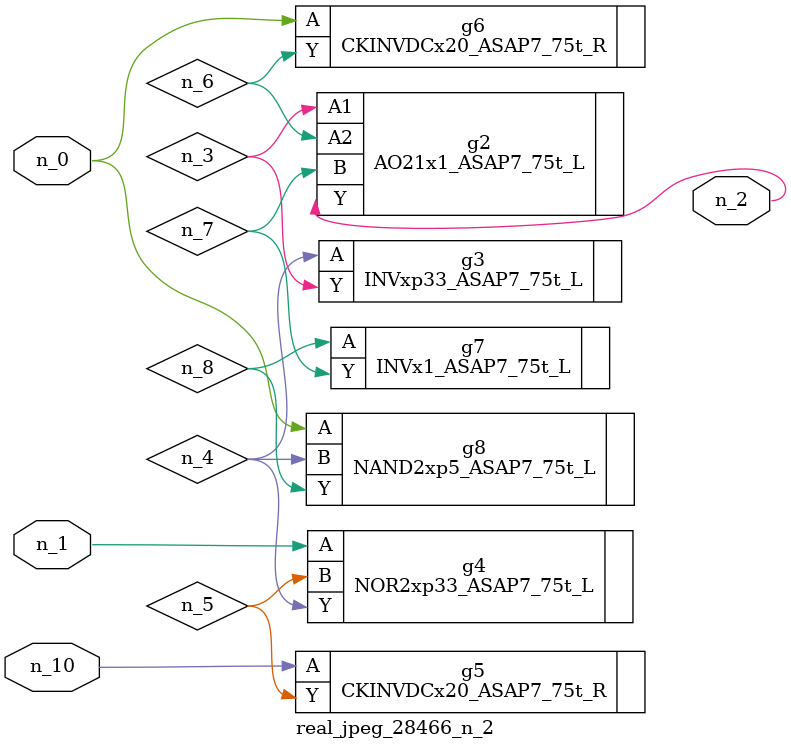
<source format=v>
module real_jpeg_28466_n_2 (n_1, n_10, n_0, n_2);

input n_1;
input n_10;
input n_0;

output n_2;

wire n_5;
wire n_4;
wire n_8;
wire n_6;
wire n_7;
wire n_3;

CKINVDCx20_ASAP7_75t_R g6 ( 
.A(n_0),
.Y(n_6)
);

NAND2xp5_ASAP7_75t_L g8 ( 
.A(n_0),
.B(n_4),
.Y(n_8)
);

NOR2xp33_ASAP7_75t_L g4 ( 
.A(n_1),
.B(n_5),
.Y(n_4)
);

AO21x1_ASAP7_75t_L g2 ( 
.A1(n_3),
.A2(n_6),
.B(n_7),
.Y(n_2)
);

INVxp33_ASAP7_75t_L g3 ( 
.A(n_4),
.Y(n_3)
);

INVx1_ASAP7_75t_L g7 ( 
.A(n_8),
.Y(n_7)
);

CKINVDCx20_ASAP7_75t_R g5 ( 
.A(n_10),
.Y(n_5)
);


endmodule
</source>
